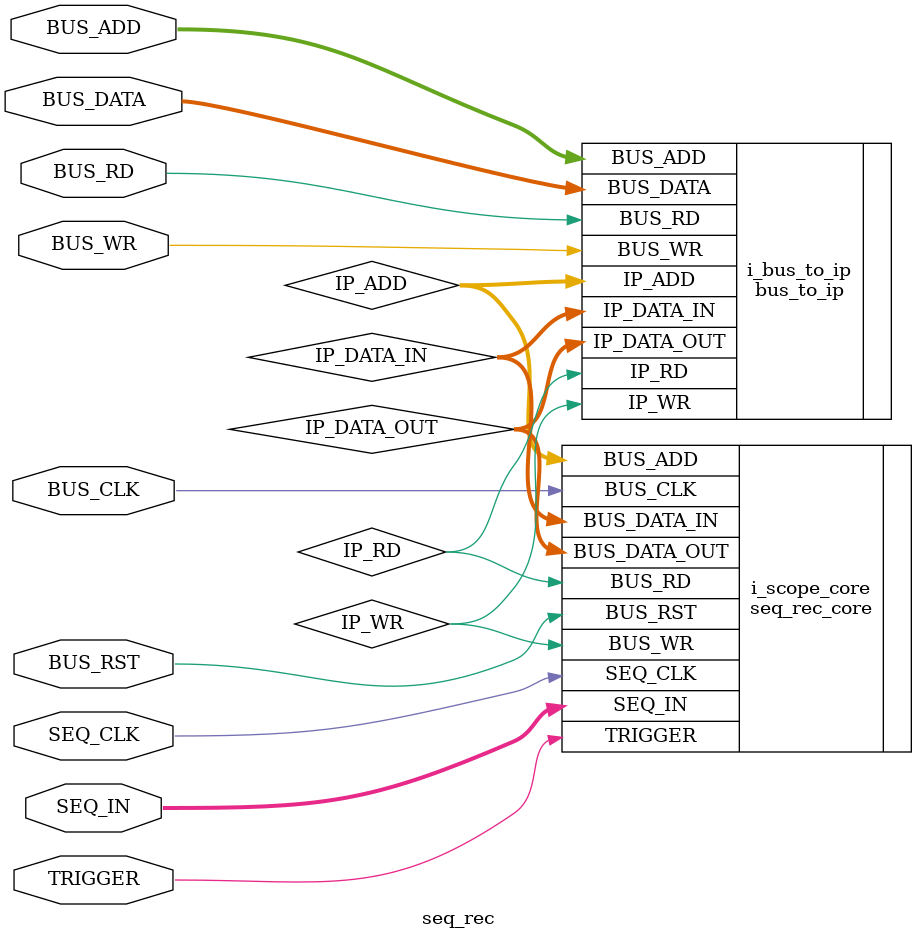
<source format=v>
/**
 * ------------------------------------------------------------
 * Copyright (c) SILAB , Physics Institute of Bonn University 
 * ------------------------------------------------------------
 *
 * SVN revision information:
 *  $Rev:: 34                    $:
 *  $Author:: themperek          $: 
 *  $Date:: 2013-09-12 12:07:54 #$:
 */
 
module seq_rec
#(
    parameter BASEADDR = 0,
    parameter HIGHADDR = 0,
    parameter ABUSWIDTH = 16,
    
    parameter MEM_BYTES = 8*1024,
    parameter IN_BITS = 8
)(
    input           BUS_CLK,
    input           BUS_RST,
    input   [ABUSWIDTH-1:0]  BUS_ADD,
    inout   [7:0]   BUS_DATA,
    input           BUS_RD,
    input           BUS_WR,

    input                SEQ_CLK,
    input [IN_BITS-1:0]  SEQ_IN,
    input TRIGGER
);

wire IP_RD, IP_WR;
wire [ABUSWIDTH-1:0] IP_ADD;
wire [7:0] IP_DATA_IN;
wire [7:0] IP_DATA_OUT;

bus_to_ip #( .BASEADDR(BASEADDR), .HIGHADDR(HIGHADDR), .ABUSWIDTH(ABUSWIDTH) ) i_bus_to_ip
(
    .BUS_RD(BUS_RD),
    .BUS_WR(BUS_WR),
    .BUS_ADD(BUS_ADD),
    .BUS_DATA(BUS_DATA),

    .IP_RD(IP_RD),
    .IP_WR(IP_WR),
    .IP_ADD(IP_ADD),
    .IP_DATA_IN(IP_DATA_IN),
    .IP_DATA_OUT(IP_DATA_OUT)
);

seq_rec_core 
#(
    .MEM_BYTES(MEM_BYTES),
    .IN_BITS(IN_BITS),
    .ABUSWIDTH(ABUSWIDTH)
) i_scope_core 
(
    .BUS_CLK(BUS_CLK),                     
    .BUS_RST(BUS_RST),                  
    .BUS_ADD(IP_ADD),                    
    .BUS_DATA_IN(IP_DATA_IN),                    
    .BUS_RD(IP_RD),                    
    .BUS_WR(IP_WR),                    
    .BUS_DATA_OUT(IP_DATA_OUT),  

    .SEQ_CLK(SEQ_CLK),
    .SEQ_IN(SEQ_IN),
    .TRIGGER(TRIGGER)
); 

endmodule  
</source>
